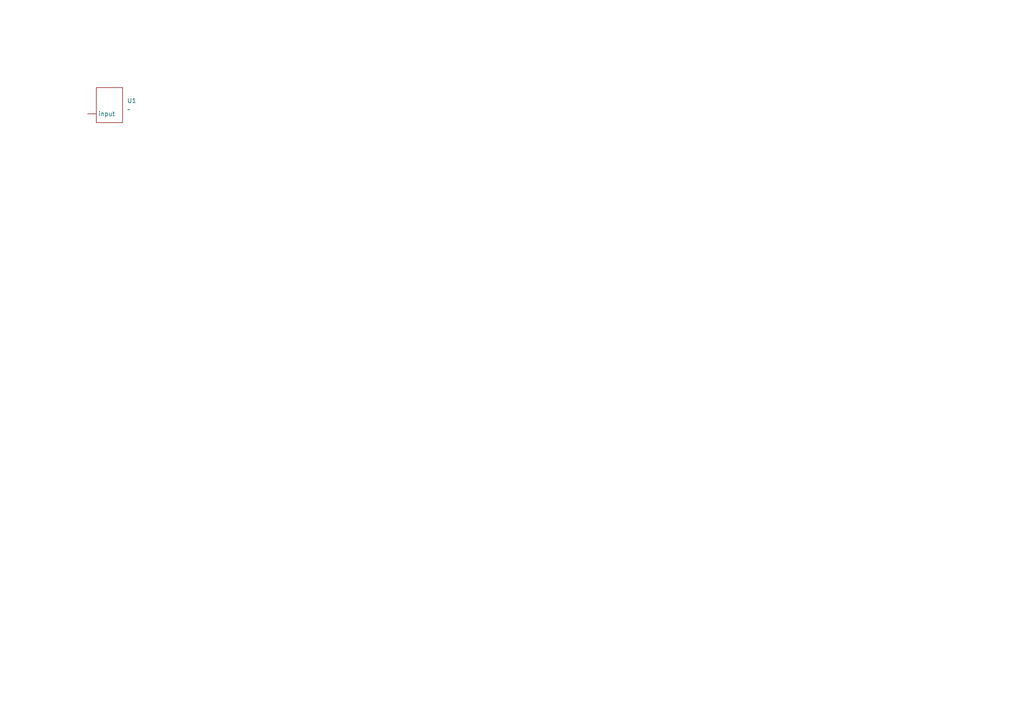
<source format=kicad_sch>
(kicad_sch (version 20250114) (generator "eeschema") (generator_version "9.0")
  (paper "A4")
  (lib_symbols
    (symbol "custom_lib:pin_name_test"
      (property "Reference" "U" (at 0 0 0))
      (symbol "pin_name_test_0_1"
        (rectangle (start -3.81 3.81) (end 3.81 -6.35))
      )
      (symbol "pin_name_test_1_1"
        (pin input line (at -6.35 -3.81 0) (length 2.54) (name "input") (number ""))
      )
    )
  )
  (symbol (lib_id "custom_lib:pin_name_test") (at 31.75 29.21 0) (unit 1)
    (property "Reference" "U1" (at 36.83 29.2099 0) (effects (justify left)))
    (property "Value" "~" (at 36.83 31.7499 0) (effects (justify left)))
  )
)
</source>
